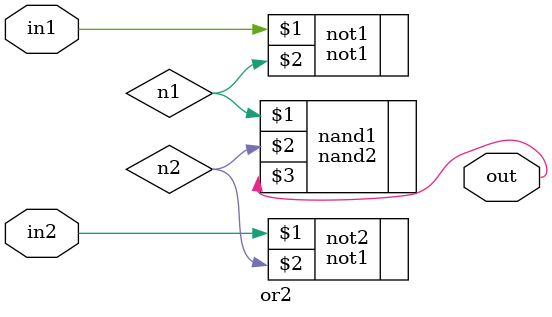
<source format=v>
module or2 (in1,in2,out);
    input in1,in2;
    output out;
    
    wire n1, n2;

    not1 not1(in1, n1);
    not1 not2(in2, n2);
    nand2 nand1(n1, n2, out);


endmodule

</source>
